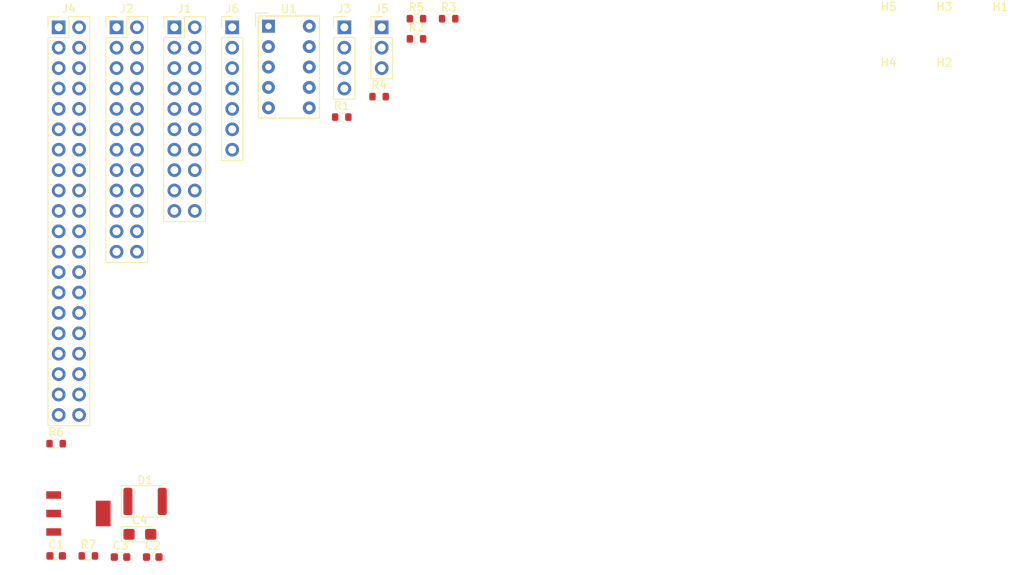
<source format=kicad_pcb>
(kicad_pcb (version 20171130) (host pcbnew "(5.1.9)-1")

  (general
    (thickness 1.6)
    (drawings 0)
    (tracks 0)
    (zones 0)
    (modules 25)
    (nets 36)
  )

  (page A4)
  (layers
    (0 F.Cu signal)
    (31 B.Cu signal)
    (32 B.Adhes user)
    (33 F.Adhes user)
    (34 B.Paste user)
    (35 F.Paste user)
    (36 B.SilkS user)
    (37 F.SilkS user)
    (38 B.Mask user)
    (39 F.Mask user)
    (40 Dwgs.User user)
    (41 Cmts.User user)
    (42 Eco1.User user)
    (43 Eco2.User user)
    (44 Edge.Cuts user)
    (45 Margin user)
    (46 B.CrtYd user)
    (47 F.CrtYd user)
    (48 B.Fab user)
    (49 F.Fab user)
  )

  (setup
    (last_trace_width 0.25)
    (trace_clearance 0.2)
    (zone_clearance 0.508)
    (zone_45_only no)
    (trace_min 0.2)
    (via_size 0.8)
    (via_drill 0.4)
    (via_min_size 0.4)
    (via_min_drill 0.3)
    (uvia_size 0.3)
    (uvia_drill 0.1)
    (uvias_allowed no)
    (uvia_min_size 0.2)
    (uvia_min_drill 0.1)
    (edge_width 0.05)
    (segment_width 0.2)
    (pcb_text_width 0.3)
    (pcb_text_size 1.5 1.5)
    (mod_edge_width 0.12)
    (mod_text_size 1 1)
    (mod_text_width 0.15)
    (pad_size 1.524 1.524)
    (pad_drill 0.762)
    (pad_to_mask_clearance 0)
    (aux_axis_origin 0 0)
    (visible_elements FFFFF77F)
    (pcbplotparams
      (layerselection 0x010fc_ffffffff)
      (usegerberextensions false)
      (usegerberattributes true)
      (usegerberadvancedattributes true)
      (creategerberjobfile true)
      (excludeedgelayer true)
      (linewidth 0.100000)
      (plotframeref false)
      (viasonmask false)
      (mode 1)
      (useauxorigin false)
      (hpglpennumber 1)
      (hpglpenspeed 20)
      (hpglpendiameter 15.000000)
      (psnegative false)
      (psa4output false)
      (plotreference true)
      (plotvalue true)
      (plotinvisibletext false)
      (padsonsilk false)
      (subtractmaskfromsilk false)
      (outputformat 1)
      (mirror false)
      (drillshape 1)
      (scaleselection 1)
      (outputdirectory ""))
  )

  (net 0 "")
  (net 1 /vcc)
  (net 2 /gnd)
  (net 3 /5v)
  (net 4 "Net-(D1-Pad2)")
  (net 5 /3v3)
  (net 6 /sda2)
  (net 7 /scl2)
  (net 8 /gpio1)
  (net 9 /uart_tx)
  (net 10 /uart_rx)
  (net 11 /spi2_ce1)
  (net 12 /spi2_ce0)
  (net 13 /gpio11)
  (net 14 /gpio6)
  (net 15 /gpio7)
  (net 16 /gpio8)
  (net 17 /mosi)
  (net 18 /miso)
  (net 19 /gpio9)
  (net 20 /sclk)
  (net 21 /spi_ce0)
  (net 22 /spi_ce1)
  (net 23 /sda)
  (net 24 /scl)
  (net 25 /analog_in)
  (net 26 /dig_in)
  (net 27 /gpio4)
  (net 28 /gpio5)
  (net 29 /miso2_pwm)
  (net 30 /reset)
  (net 31 /gpio10)
  (net 32 /miso2)
  (net 33 /sclk2)
  (net 34 "Net-(J2-Pad21)")
  (net 35 /brakes)

  (net_class Default "This is the default net class."
    (clearance 0.2)
    (trace_width 0.25)
    (via_dia 0.8)
    (via_drill 0.4)
    (uvia_dia 0.3)
    (uvia_drill 0.1)
    (add_net /3v3)
    (add_net /5v)
    (add_net /analog_in)
    (add_net /brakes)
    (add_net /dig_in)
    (add_net /gnd)
    (add_net /gpio1)
    (add_net /gpio10)
    (add_net /gpio11)
    (add_net /gpio4)
    (add_net /gpio5)
    (add_net /gpio6)
    (add_net /gpio7)
    (add_net /gpio8)
    (add_net /gpio9)
    (add_net /miso)
    (add_net /miso2)
    (add_net /miso2_pwm)
    (add_net /mosi)
    (add_net /reset)
    (add_net /scl)
    (add_net /scl2)
    (add_net /sclk)
    (add_net /sclk2)
    (add_net /sda)
    (add_net /sda2)
    (add_net /spi2_ce0)
    (add_net /spi2_ce1)
    (add_net /spi_ce0)
    (add_net /spi_ce1)
    (add_net /uart_rx)
    (add_net /uart_tx)
    (add_net /vcc)
    (add_net "Net-(D1-Pad2)")
    (add_net "Net-(J2-Pad21)")
  )

  (module Capacitor_SMD:C_0603_1608Metric (layer F.Cu) (tedit 5F68FEEE) (tstamp 61600529)
    (at 22.215001 91.475001)
    (descr "Capacitor SMD 0603 (1608 Metric), square (rectangular) end terminal, IPC_7351 nominal, (Body size source: IPC-SM-782 page 76, https://www.pcb-3d.com/wordpress/wp-content/uploads/ipc-sm-782a_amendment_1_and_2.pdf), generated with kicad-footprint-generator")
    (tags capacitor)
    (path /6164E083/61655F33)
    (attr smd)
    (fp_text reference C1 (at 0 -1.43) (layer F.SilkS)
      (effects (font (size 1 1) (thickness 0.15)))
    )
    (fp_text value 0.1uF (at 0 1.43) (layer F.Fab)
      (effects (font (size 1 1) (thickness 0.15)))
    )
    (fp_line (start 1.48 0.73) (end -1.48 0.73) (layer F.CrtYd) (width 0.05))
    (fp_line (start 1.48 -0.73) (end 1.48 0.73) (layer F.CrtYd) (width 0.05))
    (fp_line (start -1.48 -0.73) (end 1.48 -0.73) (layer F.CrtYd) (width 0.05))
    (fp_line (start -1.48 0.73) (end -1.48 -0.73) (layer F.CrtYd) (width 0.05))
    (fp_line (start -0.14058 0.51) (end 0.14058 0.51) (layer F.SilkS) (width 0.12))
    (fp_line (start -0.14058 -0.51) (end 0.14058 -0.51) (layer F.SilkS) (width 0.12))
    (fp_line (start 0.8 0.4) (end -0.8 0.4) (layer F.Fab) (width 0.1))
    (fp_line (start 0.8 -0.4) (end 0.8 0.4) (layer F.Fab) (width 0.1))
    (fp_line (start -0.8 -0.4) (end 0.8 -0.4) (layer F.Fab) (width 0.1))
    (fp_line (start -0.8 0.4) (end -0.8 -0.4) (layer F.Fab) (width 0.1))
    (fp_text user %R (at 0 0) (layer F.Fab)
      (effects (font (size 0.4 0.4) (thickness 0.06)))
    )
    (pad 1 smd roundrect (at -0.775 0) (size 0.9 0.95) (layers F.Cu F.Paste F.Mask) (roundrect_rratio 0.25)
      (net 1 /vcc))
    (pad 2 smd roundrect (at 0.775 0) (size 0.9 0.95) (layers F.Cu F.Paste F.Mask) (roundrect_rratio 0.25)
      (net 2 /gnd))
    (model ${KISYS3DMOD}/Capacitor_SMD.3dshapes/C_0603_1608Metric.wrl
      (at (xyz 0 0 0))
      (scale (xyz 1 1 1))
      (rotate (xyz 0 0 0))
    )
  )

  (module Capacitor_SMD:C_0603_1608Metric (layer F.Cu) (tedit 5F68FEEE) (tstamp 6160053A)
    (at 34.245001 91.615001)
    (descr "Capacitor SMD 0603 (1608 Metric), square (rectangular) end terminal, IPC_7351 nominal, (Body size source: IPC-SM-782 page 76, https://www.pcb-3d.com/wordpress/wp-content/uploads/ipc-sm-782a_amendment_1_and_2.pdf), generated with kicad-footprint-generator")
    (tags capacitor)
    (path /6164E083/61656877)
    (attr smd)
    (fp_text reference C2 (at 0 -1.43) (layer F.SilkS)
      (effects (font (size 1 1) (thickness 0.15)))
    )
    (fp_text value 1uF (at 0 1.43) (layer F.Fab)
      (effects (font (size 1 1) (thickness 0.15)))
    )
    (fp_text user %R (at 0 0) (layer F.Fab)
      (effects (font (size 0.4 0.4) (thickness 0.06)))
    )
    (fp_line (start -0.8 0.4) (end -0.8 -0.4) (layer F.Fab) (width 0.1))
    (fp_line (start -0.8 -0.4) (end 0.8 -0.4) (layer F.Fab) (width 0.1))
    (fp_line (start 0.8 -0.4) (end 0.8 0.4) (layer F.Fab) (width 0.1))
    (fp_line (start 0.8 0.4) (end -0.8 0.4) (layer F.Fab) (width 0.1))
    (fp_line (start -0.14058 -0.51) (end 0.14058 -0.51) (layer F.SilkS) (width 0.12))
    (fp_line (start -0.14058 0.51) (end 0.14058 0.51) (layer F.SilkS) (width 0.12))
    (fp_line (start -1.48 0.73) (end -1.48 -0.73) (layer F.CrtYd) (width 0.05))
    (fp_line (start -1.48 -0.73) (end 1.48 -0.73) (layer F.CrtYd) (width 0.05))
    (fp_line (start 1.48 -0.73) (end 1.48 0.73) (layer F.CrtYd) (width 0.05))
    (fp_line (start 1.48 0.73) (end -1.48 0.73) (layer F.CrtYd) (width 0.05))
    (pad 2 smd roundrect (at 0.775 0) (size 0.9 0.95) (layers F.Cu F.Paste F.Mask) (roundrect_rratio 0.25)
      (net 2 /gnd))
    (pad 1 smd roundrect (at -0.775 0) (size 0.9 0.95) (layers F.Cu F.Paste F.Mask) (roundrect_rratio 0.25)
      (net 3 /5v))
    (model ${KISYS3DMOD}/Capacitor_SMD.3dshapes/C_0603_1608Metric.wrl
      (at (xyz 0 0 0))
      (scale (xyz 1 1 1))
      (rotate (xyz 0 0 0))
    )
  )

  (module Capacitor_SMD:C_0603_1608Metric (layer F.Cu) (tedit 5F68FEEE) (tstamp 6160054B)
    (at 30.235001 91.615001)
    (descr "Capacitor SMD 0603 (1608 Metric), square (rectangular) end terminal, IPC_7351 nominal, (Body size source: IPC-SM-782 page 76, https://www.pcb-3d.com/wordpress/wp-content/uploads/ipc-sm-782a_amendment_1_and_2.pdf), generated with kicad-footprint-generator")
    (tags capacitor)
    (path /6164E083/6165740F)
    (attr smd)
    (fp_text reference C3 (at 0 -1.43) (layer F.SilkS)
      (effects (font (size 1 1) (thickness 0.15)))
    )
    (fp_text value 1uF_cpu (at 0 1.43) (layer F.Fab)
      (effects (font (size 1 1) (thickness 0.15)))
    )
    (fp_line (start 1.48 0.73) (end -1.48 0.73) (layer F.CrtYd) (width 0.05))
    (fp_line (start 1.48 -0.73) (end 1.48 0.73) (layer F.CrtYd) (width 0.05))
    (fp_line (start -1.48 -0.73) (end 1.48 -0.73) (layer F.CrtYd) (width 0.05))
    (fp_line (start -1.48 0.73) (end -1.48 -0.73) (layer F.CrtYd) (width 0.05))
    (fp_line (start -0.14058 0.51) (end 0.14058 0.51) (layer F.SilkS) (width 0.12))
    (fp_line (start -0.14058 -0.51) (end 0.14058 -0.51) (layer F.SilkS) (width 0.12))
    (fp_line (start 0.8 0.4) (end -0.8 0.4) (layer F.Fab) (width 0.1))
    (fp_line (start 0.8 -0.4) (end 0.8 0.4) (layer F.Fab) (width 0.1))
    (fp_line (start -0.8 -0.4) (end 0.8 -0.4) (layer F.Fab) (width 0.1))
    (fp_line (start -0.8 0.4) (end -0.8 -0.4) (layer F.Fab) (width 0.1))
    (fp_text user %R (at 0 0) (layer F.Fab)
      (effects (font (size 0.4 0.4) (thickness 0.06)))
    )
    (pad 1 smd roundrect (at -0.775 0) (size 0.9 0.95) (layers F.Cu F.Paste F.Mask) (roundrect_rratio 0.25)
      (net 3 /5v))
    (pad 2 smd roundrect (at 0.775 0) (size 0.9 0.95) (layers F.Cu F.Paste F.Mask) (roundrect_rratio 0.25)
      (net 2 /gnd))
    (model ${KISYS3DMOD}/Capacitor_SMD.3dshapes/C_0603_1608Metric.wrl
      (at (xyz 0 0 0))
      (scale (xyz 1 1 1))
      (rotate (xyz 0 0 0))
    )
  )

  (module Capacitor_Tantalum_SMD:CP_EIA-3216-18_Kemet-A (layer F.Cu) (tedit 5EBA9318) (tstamp 6160055E)
    (at 32.640001 88.785001)
    (descr "Tantalum Capacitor SMD Kemet-A (3216-18 Metric), IPC_7351 nominal, (Body size from: http://www.kemet.com/Lists/ProductCatalog/Attachments/253/KEM_TC101_STD.pdf), generated with kicad-footprint-generator")
    (tags "capacitor tantalum")
    (path /6164E083/6165888C)
    (attr smd)
    (fp_text reference C4 (at 0 -1.75) (layer F.SilkS)
      (effects (font (size 1 1) (thickness 0.15)))
    )
    (fp_text value 4.7uF_16V_cpu (at 0 1.75) (layer F.Fab)
      (effects (font (size 1 1) (thickness 0.15)))
    )
    (fp_line (start 2.3 1.05) (end -2.3 1.05) (layer F.CrtYd) (width 0.05))
    (fp_line (start 2.3 -1.05) (end 2.3 1.05) (layer F.CrtYd) (width 0.05))
    (fp_line (start -2.3 -1.05) (end 2.3 -1.05) (layer F.CrtYd) (width 0.05))
    (fp_line (start -2.3 1.05) (end -2.3 -1.05) (layer F.CrtYd) (width 0.05))
    (fp_line (start -2.31 0.935) (end 1.6 0.935) (layer F.SilkS) (width 0.12))
    (fp_line (start -2.31 -0.935) (end -2.31 0.935) (layer F.SilkS) (width 0.12))
    (fp_line (start 1.6 -0.935) (end -2.31 -0.935) (layer F.SilkS) (width 0.12))
    (fp_line (start 1.6 0.8) (end 1.6 -0.8) (layer F.Fab) (width 0.1))
    (fp_line (start -1.6 0.8) (end 1.6 0.8) (layer F.Fab) (width 0.1))
    (fp_line (start -1.6 -0.4) (end -1.6 0.8) (layer F.Fab) (width 0.1))
    (fp_line (start -1.2 -0.8) (end -1.6 -0.4) (layer F.Fab) (width 0.1))
    (fp_line (start 1.6 -0.8) (end -1.2 -0.8) (layer F.Fab) (width 0.1))
    (fp_text user %R (at 0 0) (layer F.Fab)
      (effects (font (size 0.8 0.8) (thickness 0.12)))
    )
    (pad 1 smd roundrect (at -1.35 0) (size 1.4 1.35) (layers F.Cu F.Paste F.Mask) (roundrect_rratio 0.185185)
      (net 3 /5v))
    (pad 2 smd roundrect (at 1.35 0) (size 1.4 1.35) (layers F.Cu F.Paste F.Mask) (roundrect_rratio 0.185185)
      (net 2 /gnd))
    (model ${KISYS3DMOD}/Capacitor_Tantalum_SMD.3dshapes/CP_EIA-3216-18_Kemet-A.wrl
      (at (xyz 0 0 0))
      (scale (xyz 1 1 1))
      (rotate (xyz 0 0 0))
    )
  )

  (module LED_SMD:LED_1812_4532Metric (layer F.Cu) (tedit 5F68FEF1) (tstamp 61600571)
    (at 33.290001 84.690001)
    (descr "LED SMD 1812 (4532 Metric), square (rectangular) end terminal, IPC_7351 nominal, (Body size source: https://www.nikhef.nl/pub/departments/mt/projects/detectorR_D/dtddice/ERJ2G.pdf), generated with kicad-footprint-generator")
    (tags LED)
    (path /6164E083/6165327D)
    (attr smd)
    (fp_text reference D1 (at 0 -2.65) (layer F.SilkS)
      (effects (font (size 1 1) (thickness 0.15)))
    )
    (fp_text value LED (at 0 2.65) (layer F.Fab)
      (effects (font (size 1 1) (thickness 0.15)))
    )
    (fp_line (start 2.95 1.95) (end -2.95 1.95) (layer F.CrtYd) (width 0.05))
    (fp_line (start 2.95 -1.95) (end 2.95 1.95) (layer F.CrtYd) (width 0.05))
    (fp_line (start -2.95 -1.95) (end 2.95 -1.95) (layer F.CrtYd) (width 0.05))
    (fp_line (start -2.95 1.95) (end -2.95 -1.95) (layer F.CrtYd) (width 0.05))
    (fp_line (start -2.96 1.96) (end 2.25 1.96) (layer F.SilkS) (width 0.12))
    (fp_line (start -2.96 -1.96) (end -2.96 1.96) (layer F.SilkS) (width 0.12))
    (fp_line (start 2.25 -1.96) (end -2.96 -1.96) (layer F.SilkS) (width 0.12))
    (fp_line (start 2.25 1.6) (end 2.25 -1.6) (layer F.Fab) (width 0.1))
    (fp_line (start -2.25 1.6) (end 2.25 1.6) (layer F.Fab) (width 0.1))
    (fp_line (start -2.25 -0.8) (end -2.25 1.6) (layer F.Fab) (width 0.1))
    (fp_line (start -1.45 -1.6) (end -2.25 -0.8) (layer F.Fab) (width 0.1))
    (fp_line (start 2.25 -1.6) (end -1.45 -1.6) (layer F.Fab) (width 0.1))
    (fp_text user %R (at 0 0) (layer F.Fab)
      (effects (font (size 1 1) (thickness 0.15)))
    )
    (pad 1 smd roundrect (at -2.1375 0) (size 1.125 3.4) (layers F.Cu F.Paste F.Mask) (roundrect_rratio 0.222222)
      (net 2 /gnd))
    (pad 2 smd roundrect (at 2.1375 0) (size 1.125 3.4) (layers F.Cu F.Paste F.Mask) (roundrect_rratio 0.222222)
      (net 4 "Net-(D1-Pad2)"))
    (model ${KISYS3DMOD}/LED_SMD.3dshapes/LED_1812_4532Metric.wrl
      (at (xyz 0 0 0))
      (scale (xyz 1 1 1))
      (rotate (xyz 0 0 0))
    )
  )

  (module MountingHole:MountingHole_2.7mm_M2.5 (layer F.Cu) (tedit 56D1B4CB) (tstamp 61600579)
    (at 139.755001 26.815001)
    (descr "Mounting Hole 2.7mm, no annular, M2.5")
    (tags "mounting hole 2.7mm no annular m2.5")
    (path /61664AB6/616656F1)
    (attr virtual)
    (fp_text reference H1 (at 0 -3.7) (layer F.SilkS)
      (effects (font (size 1 1) (thickness 0.15)))
    )
    (fp_text value MH1 (at 0 3.7) (layer F.Fab)
      (effects (font (size 1 1) (thickness 0.15)))
    )
    (fp_circle (center 0 0) (end 2.95 0) (layer F.CrtYd) (width 0.05))
    (fp_circle (center 0 0) (end 2.7 0) (layer Cmts.User) (width 0.15))
    (fp_text user %R (at 0.3 0) (layer F.Fab)
      (effects (font (size 1 1) (thickness 0.15)))
    )
    (pad 1 np_thru_hole circle (at 0 0) (size 2.7 2.7) (drill 2.7) (layers *.Cu *.Mask))
  )

  (module MountingHole:MountingHole_2.7mm_M2.5 (layer F.Cu) (tedit 56D1B4CB) (tstamp 61600581)
    (at 132.805001 33.765001)
    (descr "Mounting Hole 2.7mm, no annular, M2.5")
    (tags "mounting hole 2.7mm no annular m2.5")
    (path /61664AB6/616656F7)
    (attr virtual)
    (fp_text reference H2 (at 0 -3.7) (layer F.SilkS)
      (effects (font (size 1 1) (thickness 0.15)))
    )
    (fp_text value MH2 (at 0 3.7) (layer F.Fab)
      (effects (font (size 1 1) (thickness 0.15)))
    )
    (fp_text user %R (at 0.3 0) (layer F.Fab)
      (effects (font (size 1 1) (thickness 0.15)))
    )
    (fp_circle (center 0 0) (end 2.7 0) (layer Cmts.User) (width 0.15))
    (fp_circle (center 0 0) (end 2.95 0) (layer F.CrtYd) (width 0.05))
    (pad 1 np_thru_hole circle (at 0 0) (size 2.7 2.7) (drill 2.7) (layers *.Cu *.Mask))
  )

  (module MountingHole:MountingHole_2.7mm_M2.5 (layer F.Cu) (tedit 56D1B4CB) (tstamp 61600589)
    (at 132.805001 26.815001)
    (descr "Mounting Hole 2.7mm, no annular, M2.5")
    (tags "mounting hole 2.7mm no annular m2.5")
    (path /61664AB6/616656FD)
    (attr virtual)
    (fp_text reference H3 (at 0 -3.7) (layer F.SilkS)
      (effects (font (size 1 1) (thickness 0.15)))
    )
    (fp_text value MH3 (at 0 3.7) (layer F.Fab)
      (effects (font (size 1 1) (thickness 0.15)))
    )
    (fp_circle (center 0 0) (end 2.95 0) (layer F.CrtYd) (width 0.05))
    (fp_circle (center 0 0) (end 2.7 0) (layer Cmts.User) (width 0.15))
    (fp_text user %R (at 0.3 0) (layer F.Fab)
      (effects (font (size 1 1) (thickness 0.15)))
    )
    (pad 1 np_thru_hole circle (at 0 0) (size 2.7 2.7) (drill 2.7) (layers *.Cu *.Mask))
  )

  (module MountingHole:MountingHole_2.7mm_M2.5 (layer F.Cu) (tedit 56D1B4CB) (tstamp 61600591)
    (at 125.855001 33.765001)
    (descr "Mounting Hole 2.7mm, no annular, M2.5")
    (tags "mounting hole 2.7mm no annular m2.5")
    (path /61664AB6/61665703)
    (attr virtual)
    (fp_text reference H4 (at 0 -3.7) (layer F.SilkS)
      (effects (font (size 1 1) (thickness 0.15)))
    )
    (fp_text value MH4 (at 0 3.7) (layer F.Fab)
      (effects (font (size 1 1) (thickness 0.15)))
    )
    (fp_text user %R (at 0.3 0) (layer F.Fab)
      (effects (font (size 1 1) (thickness 0.15)))
    )
    (fp_circle (center 0 0) (end 2.7 0) (layer Cmts.User) (width 0.15))
    (fp_circle (center 0 0) (end 2.95 0) (layer F.CrtYd) (width 0.05))
    (pad 1 np_thru_hole circle (at 0 0) (size 2.7 2.7) (drill 2.7) (layers *.Cu *.Mask))
  )

  (module MountingHole:MountingHole_2.7mm_M2.5 (layer F.Cu) (tedit 56D1B4CB) (tstamp 61600599)
    (at 125.855001 26.815001)
    (descr "Mounting Hole 2.7mm, no annular, M2.5")
    (tags "mounting hole 2.7mm no annular m2.5")
    (path /61664AB6/61665709)
    (attr virtual)
    (fp_text reference H5 (at 0 -3.7) (layer F.SilkS)
      (effects (font (size 1 1) (thickness 0.15)))
    )
    (fp_text value MH_c (at 0 3.7) (layer F.Fab)
      (effects (font (size 1 1) (thickness 0.15)))
    )
    (fp_circle (center 0 0) (end 2.95 0) (layer F.CrtYd) (width 0.05))
    (fp_circle (center 0 0) (end 2.7 0) (layer Cmts.User) (width 0.15))
    (fp_text user %R (at 0.3 0) (layer F.Fab)
      (effects (font (size 1 1) (thickness 0.15)))
    )
    (pad 1 np_thru_hole circle (at 0 0) (size 2.7 2.7) (drill 2.7) (layers *.Cu *.Mask))
  )

  (module Connector_PinHeader_2.54mm:PinHeader_2x10_P2.54mm_Vertical (layer F.Cu) (tedit 59FED5CC) (tstamp 616005C3)
    (at 36.935001 25.665001)
    (descr "Through hole straight pin header, 2x10, 2.54mm pitch, double rows")
    (tags "Through hole pin header THT 2x10 2.54mm double row")
    (path /6160E35B)
    (fp_text reference J1 (at 1.27 -2.33) (layer F.SilkS)
      (effects (font (size 1 1) (thickness 0.15)))
    )
    (fp_text value Conn_02x10_Counter_Clockwise (at 1.27 25.19) (layer F.Fab)
      (effects (font (size 1 1) (thickness 0.15)))
    )
    (fp_line (start 4.35 -1.8) (end -1.8 -1.8) (layer F.CrtYd) (width 0.05))
    (fp_line (start 4.35 24.65) (end 4.35 -1.8) (layer F.CrtYd) (width 0.05))
    (fp_line (start -1.8 24.65) (end 4.35 24.65) (layer F.CrtYd) (width 0.05))
    (fp_line (start -1.8 -1.8) (end -1.8 24.65) (layer F.CrtYd) (width 0.05))
    (fp_line (start -1.33 -1.33) (end 0 -1.33) (layer F.SilkS) (width 0.12))
    (fp_line (start -1.33 0) (end -1.33 -1.33) (layer F.SilkS) (width 0.12))
    (fp_line (start 1.27 -1.33) (end 3.87 -1.33) (layer F.SilkS) (width 0.12))
    (fp_line (start 1.27 1.27) (end 1.27 -1.33) (layer F.SilkS) (width 0.12))
    (fp_line (start -1.33 1.27) (end 1.27 1.27) (layer F.SilkS) (width 0.12))
    (fp_line (start 3.87 -1.33) (end 3.87 24.19) (layer F.SilkS) (width 0.12))
    (fp_line (start -1.33 1.27) (end -1.33 24.19) (layer F.SilkS) (width 0.12))
    (fp_line (start -1.33 24.19) (end 3.87 24.19) (layer F.SilkS) (width 0.12))
    (fp_line (start -1.27 0) (end 0 -1.27) (layer F.Fab) (width 0.1))
    (fp_line (start -1.27 24.13) (end -1.27 0) (layer F.Fab) (width 0.1))
    (fp_line (start 3.81 24.13) (end -1.27 24.13) (layer F.Fab) (width 0.1))
    (fp_line (start 3.81 -1.27) (end 3.81 24.13) (layer F.Fab) (width 0.1))
    (fp_line (start 0 -1.27) (end 3.81 -1.27) (layer F.Fab) (width 0.1))
    (fp_text user %R (at 1.27 11.43 90) (layer F.Fab)
      (effects (font (size 1 1) (thickness 0.15)))
    )
    (pad 1 thru_hole rect (at 0 0) (size 1.7 1.7) (drill 1) (layers *.Cu *.Mask)
      (net 5 /3v3))
    (pad 2 thru_hole oval (at 2.54 0) (size 1.7 1.7) (drill 1) (layers *.Cu *.Mask)
      (net 3 /5v))
    (pad 3 thru_hole oval (at 0 2.54) (size 1.7 1.7) (drill 1) (layers *.Cu *.Mask)
      (net 6 /sda2))
    (pad 4 thru_hole oval (at 2.54 2.54) (size 1.7 1.7) (drill 1) (layers *.Cu *.Mask)
      (net 3 /5v))
    (pad 5 thru_hole oval (at 0 5.08) (size 1.7 1.7) (drill 1) (layers *.Cu *.Mask)
      (net 7 /scl2))
    (pad 6 thru_hole oval (at 2.54 5.08) (size 1.7 1.7) (drill 1) (layers *.Cu *.Mask)
      (net 2 /gnd))
    (pad 7 thru_hole oval (at 0 7.62) (size 1.7 1.7) (drill 1) (layers *.Cu *.Mask)
      (net 8 /gpio1))
    (pad 8 thru_hole oval (at 2.54 7.62) (size 1.7 1.7) (drill 1) (layers *.Cu *.Mask)
      (net 9 /uart_tx))
    (pad 9 thru_hole oval (at 0 10.16) (size 1.7 1.7) (drill 1) (layers *.Cu *.Mask)
      (net 2 /gnd))
    (pad 10 thru_hole oval (at 2.54 10.16) (size 1.7 1.7) (drill 1) (layers *.Cu *.Mask)
      (net 10 /uart_rx))
    (pad 11 thru_hole oval (at 0 12.7) (size 1.7 1.7) (drill 1) (layers *.Cu *.Mask)
      (net 11 /spi2_ce1))
    (pad 12 thru_hole oval (at 2.54 12.7) (size 1.7 1.7) (drill 1) (layers *.Cu *.Mask)
      (net 12 /spi2_ce0))
    (pad 13 thru_hole oval (at 0 15.24) (size 1.7 1.7) (drill 1) (layers *.Cu *.Mask)
      (net 13 /gpio11))
    (pad 14 thru_hole oval (at 2.54 15.24) (size 1.7 1.7) (drill 1) (layers *.Cu *.Mask)
      (net 2 /gnd))
    (pad 15 thru_hole oval (at 0 17.78) (size 1.7 1.7) (drill 1) (layers *.Cu *.Mask)
      (net 14 /gpio6))
    (pad 16 thru_hole oval (at 2.54 17.78) (size 1.7 1.7) (drill 1) (layers *.Cu *.Mask)
      (net 15 /gpio7))
    (pad 17 thru_hole oval (at 0 20.32) (size 1.7 1.7) (drill 1) (layers *.Cu *.Mask)
      (net 5 /3v3))
    (pad 18 thru_hole oval (at 2.54 20.32) (size 1.7 1.7) (drill 1) (layers *.Cu *.Mask)
      (net 16 /gpio8))
    (pad 19 thru_hole oval (at 0 22.86) (size 1.7 1.7) (drill 1) (layers *.Cu *.Mask)
      (net 17 /mosi))
    (pad 20 thru_hole oval (at 2.54 22.86) (size 1.7 1.7) (drill 1) (layers *.Cu *.Mask)
      (net 2 /gnd))
    (model ${KISYS3DMOD}/Connector_PinHeader_2.54mm.3dshapes/PinHeader_2x10_P2.54mm_Vertical.wrl
      (at (xyz 0 0 0))
      (scale (xyz 1 1 1))
      (rotate (xyz 0 0 0))
    )
  )

  (module Connector_PinHeader_2.54mm:PinHeader_2x12_P2.54mm_Vertical (layer F.Cu) (tedit 59FED5CC) (tstamp 616005F1)
    (at 29.735001 25.665001)
    (descr "Through hole straight pin header, 2x12, 2.54mm pitch, double rows")
    (tags "Through hole pin header THT 2x12 2.54mm double row")
    (path /6160FED6)
    (fp_text reference J2 (at 1.27 -2.33) (layer F.SilkS)
      (effects (font (size 1 1) (thickness 0.15)))
    )
    (fp_text value Conn_02x12_Counter_Clockwise (at 1.27 30.27) (layer F.Fab)
      (effects (font (size 1 1) (thickness 0.15)))
    )
    (fp_line (start 4.35 -1.8) (end -1.8 -1.8) (layer F.CrtYd) (width 0.05))
    (fp_line (start 4.35 29.75) (end 4.35 -1.8) (layer F.CrtYd) (width 0.05))
    (fp_line (start -1.8 29.75) (end 4.35 29.75) (layer F.CrtYd) (width 0.05))
    (fp_line (start -1.8 -1.8) (end -1.8 29.75) (layer F.CrtYd) (width 0.05))
    (fp_line (start -1.33 -1.33) (end 0 -1.33) (layer F.SilkS) (width 0.12))
    (fp_line (start -1.33 0) (end -1.33 -1.33) (layer F.SilkS) (width 0.12))
    (fp_line (start 1.27 -1.33) (end 3.87 -1.33) (layer F.SilkS) (width 0.12))
    (fp_line (start 1.27 1.27) (end 1.27 -1.33) (layer F.SilkS) (width 0.12))
    (fp_line (start -1.33 1.27) (end 1.27 1.27) (layer F.SilkS) (width 0.12))
    (fp_line (start 3.87 -1.33) (end 3.87 29.27) (layer F.SilkS) (width 0.12))
    (fp_line (start -1.33 1.27) (end -1.33 29.27) (layer F.SilkS) (width 0.12))
    (fp_line (start -1.33 29.27) (end 3.87 29.27) (layer F.SilkS) (width 0.12))
    (fp_line (start -1.27 0) (end 0 -1.27) (layer F.Fab) (width 0.1))
    (fp_line (start -1.27 29.21) (end -1.27 0) (layer F.Fab) (width 0.1))
    (fp_line (start 3.81 29.21) (end -1.27 29.21) (layer F.Fab) (width 0.1))
    (fp_line (start 3.81 -1.27) (end 3.81 29.21) (layer F.Fab) (width 0.1))
    (fp_line (start 0 -1.27) (end 3.81 -1.27) (layer F.Fab) (width 0.1))
    (fp_text user %R (at 1.27 13.97 90) (layer F.Fab)
      (effects (font (size 1 1) (thickness 0.15)))
    )
    (pad 1 thru_hole rect (at 0 0) (size 1.7 1.7) (drill 1) (layers *.Cu *.Mask)
      (net 18 /miso))
    (pad 2 thru_hole oval (at 2.54 0) (size 1.7 1.7) (drill 1) (layers *.Cu *.Mask)
      (net 19 /gpio9))
    (pad 3 thru_hole oval (at 0 2.54) (size 1.7 1.7) (drill 1) (layers *.Cu *.Mask)
      (net 20 /sclk))
    (pad 4 thru_hole oval (at 2.54 2.54) (size 1.7 1.7) (drill 1) (layers *.Cu *.Mask)
      (net 21 /spi_ce0))
    (pad 5 thru_hole oval (at 0 5.08) (size 1.7 1.7) (drill 1) (layers *.Cu *.Mask)
      (net 2 /gnd))
    (pad 6 thru_hole oval (at 2.54 5.08) (size 1.7 1.7) (drill 1) (layers *.Cu *.Mask)
      (net 22 /spi_ce1))
    (pad 7 thru_hole oval (at 0 7.62) (size 1.7 1.7) (drill 1) (layers *.Cu *.Mask)
      (net 23 /sda))
    (pad 8 thru_hole oval (at 2.54 7.62) (size 1.7 1.7) (drill 1) (layers *.Cu *.Mask)
      (net 24 /scl))
    (pad 9 thru_hole oval (at 0 10.16) (size 1.7 1.7) (drill 1) (layers *.Cu *.Mask)
      (net 25 /analog_in))
    (pad 10 thru_hole oval (at 2.54 10.16) (size 1.7 1.7) (drill 1) (layers *.Cu *.Mask)
      (net 2 /gnd))
    (pad 11 thru_hole oval (at 0 12.7) (size 1.7 1.7) (drill 1) (layers *.Cu *.Mask)
      (net 26 /dig_in))
    (pad 12 thru_hole oval (at 2.54 12.7) (size 1.7 1.7) (drill 1) (layers *.Cu *.Mask)
      (net 27 /gpio4))
    (pad 13 thru_hole oval (at 0 15.24) (size 1.7 1.7) (drill 1) (layers *.Cu *.Mask)
      (net 28 /gpio5))
    (pad 14 thru_hole oval (at 2.54 15.24) (size 1.7 1.7) (drill 1) (layers *.Cu *.Mask)
      (net 2 /gnd))
    (pad 15 thru_hole oval (at 0 17.78) (size 1.7 1.7) (drill 1) (layers *.Cu *.Mask)
      (net 29 /miso2_pwm))
    (pad 16 thru_hole oval (at 2.54 17.78) (size 1.7 1.7) (drill 1) (layers *.Cu *.Mask)
      (net 30 /reset))
    (pad 17 thru_hole oval (at 0 20.32) (size 1.7 1.7) (drill 1) (layers *.Cu *.Mask)
      (net 31 /gpio10))
    (pad 18 thru_hole oval (at 2.54 20.32) (size 1.7 1.7) (drill 1) (layers *.Cu *.Mask)
      (net 32 /miso2))
    (pad 19 thru_hole oval (at 0 22.86) (size 1.7 1.7) (drill 1) (layers *.Cu *.Mask)
      (net 2 /gnd))
    (pad 20 thru_hole oval (at 2.54 22.86) (size 1.7 1.7) (drill 1) (layers *.Cu *.Mask)
      (net 33 /sclk2))
    (pad 21 thru_hole oval (at 0 25.4) (size 1.7 1.7) (drill 1) (layers *.Cu *.Mask)
      (net 34 "Net-(J2-Pad21)"))
    (pad 22 thru_hole oval (at 2.54 25.4) (size 1.7 1.7) (drill 1) (layers *.Cu *.Mask)
      (net 30 /reset))
    (pad 23 thru_hole oval (at 0 27.94) (size 1.7 1.7) (drill 1) (layers *.Cu *.Mask)
      (net 1 /vcc))
    (pad 24 thru_hole oval (at 2.54 27.94) (size 1.7 1.7) (drill 1) (layers *.Cu *.Mask)
      (net 1 /vcc))
    (model ${KISYS3DMOD}/Connector_PinHeader_2.54mm.3dshapes/PinHeader_2x12_P2.54mm_Vertical.wrl
      (at (xyz 0 0 0))
      (scale (xyz 1 1 1))
      (rotate (xyz 0 0 0))
    )
  )

  (module Connector_PinHeader_2.54mm:PinHeader_1x04_P2.54mm_Vertical (layer F.Cu) (tedit 59FED5CC) (tstamp 61600609)
    (at 58.095001 25.665001)
    (descr "Through hole straight pin header, 1x04, 2.54mm pitch, single row")
    (tags "Through hole pin header THT 1x04 2.54mm single row")
    (path /61635B3A)
    (fp_text reference J3 (at 0 -2.33) (layer F.SilkS)
      (effects (font (size 1 1) (thickness 0.15)))
    )
    (fp_text value Screw_Terminal_01x04 (at 0 9.95) (layer F.Fab)
      (effects (font (size 1 1) (thickness 0.15)))
    )
    (fp_line (start 1.8 -1.8) (end -1.8 -1.8) (layer F.CrtYd) (width 0.05))
    (fp_line (start 1.8 9.4) (end 1.8 -1.8) (layer F.CrtYd) (width 0.05))
    (fp_line (start -1.8 9.4) (end 1.8 9.4) (layer F.CrtYd) (width 0.05))
    (fp_line (start -1.8 -1.8) (end -1.8 9.4) (layer F.CrtYd) (width 0.05))
    (fp_line (start -1.33 -1.33) (end 0 -1.33) (layer F.SilkS) (width 0.12))
    (fp_line (start -1.33 0) (end -1.33 -1.33) (layer F.SilkS) (width 0.12))
    (fp_line (start -1.33 1.27) (end 1.33 1.27) (layer F.SilkS) (width 0.12))
    (fp_line (start 1.33 1.27) (end 1.33 8.95) (layer F.SilkS) (width 0.12))
    (fp_line (start -1.33 1.27) (end -1.33 8.95) (layer F.SilkS) (width 0.12))
    (fp_line (start -1.33 8.95) (end 1.33 8.95) (layer F.SilkS) (width 0.12))
    (fp_line (start -1.27 -0.635) (end -0.635 -1.27) (layer F.Fab) (width 0.1))
    (fp_line (start -1.27 8.89) (end -1.27 -0.635) (layer F.Fab) (width 0.1))
    (fp_line (start 1.27 8.89) (end -1.27 8.89) (layer F.Fab) (width 0.1))
    (fp_line (start 1.27 -1.27) (end 1.27 8.89) (layer F.Fab) (width 0.1))
    (fp_line (start -0.635 -1.27) (end 1.27 -1.27) (layer F.Fab) (width 0.1))
    (fp_text user %R (at 0 3.81 90) (layer F.Fab)
      (effects (font (size 1 1) (thickness 0.15)))
    )
    (pad 1 thru_hole rect (at 0 0) (size 1.7 1.7) (drill 1) (layers *.Cu *.Mask)
      (net 1 /vcc))
    (pad 2 thru_hole oval (at 0 2.54) (size 1.7 1.7) (drill 1) (layers *.Cu *.Mask)
      (net 2 /gnd))
    (pad 3 thru_hole oval (at 0 5.08) (size 1.7 1.7) (drill 1) (layers *.Cu *.Mask)
      (net 1 /vcc))
    (pad 4 thru_hole oval (at 0 7.62) (size 1.7 1.7) (drill 1) (layers *.Cu *.Mask)
      (net 2 /gnd))
    (model ${KISYS3DMOD}/Connector_PinHeader_2.54mm.3dshapes/PinHeader_1x04_P2.54mm_Vertical.wrl
      (at (xyz 0 0 0))
      (scale (xyz 1 1 1))
      (rotate (xyz 0 0 0))
    )
  )

  (module Connector_PinHeader_2.54mm:PinHeader_2x20_P2.54mm_Vertical (layer F.Cu) (tedit 59FED5CC) (tstamp 61600647)
    (at 22.535001 25.665001)
    (descr "Through hole straight pin header, 2x20, 2.54mm pitch, double rows")
    (tags "Through hole pin header THT 2x20 2.54mm double row")
    (path /615F9685)
    (fp_text reference J4 (at 1.27 -2.33) (layer F.SilkS)
      (effects (font (size 1 1) (thickness 0.15)))
    )
    (fp_text value Conn_02x20_Odd_Even (at 1.27 50.59) (layer F.Fab)
      (effects (font (size 1 1) (thickness 0.15)))
    )
    (fp_line (start 4.35 -1.8) (end -1.8 -1.8) (layer F.CrtYd) (width 0.05))
    (fp_line (start 4.35 50.05) (end 4.35 -1.8) (layer F.CrtYd) (width 0.05))
    (fp_line (start -1.8 50.05) (end 4.35 50.05) (layer F.CrtYd) (width 0.05))
    (fp_line (start -1.8 -1.8) (end -1.8 50.05) (layer F.CrtYd) (width 0.05))
    (fp_line (start -1.33 -1.33) (end 0 -1.33) (layer F.SilkS) (width 0.12))
    (fp_line (start -1.33 0) (end -1.33 -1.33) (layer F.SilkS) (width 0.12))
    (fp_line (start 1.27 -1.33) (end 3.87 -1.33) (layer F.SilkS) (width 0.12))
    (fp_line (start 1.27 1.27) (end 1.27 -1.33) (layer F.SilkS) (width 0.12))
    (fp_line (start -1.33 1.27) (end 1.27 1.27) (layer F.SilkS) (width 0.12))
    (fp_line (start 3.87 -1.33) (end 3.87 49.59) (layer F.SilkS) (width 0.12))
    (fp_line (start -1.33 1.27) (end -1.33 49.59) (layer F.SilkS) (width 0.12))
    (fp_line (start -1.33 49.59) (end 3.87 49.59) (layer F.SilkS) (width 0.12))
    (fp_line (start -1.27 0) (end 0 -1.27) (layer F.Fab) (width 0.1))
    (fp_line (start -1.27 49.53) (end -1.27 0) (layer F.Fab) (width 0.1))
    (fp_line (start 3.81 49.53) (end -1.27 49.53) (layer F.Fab) (width 0.1))
    (fp_line (start 3.81 -1.27) (end 3.81 49.53) (layer F.Fab) (width 0.1))
    (fp_line (start 0 -1.27) (end 3.81 -1.27) (layer F.Fab) (width 0.1))
    (fp_text user %R (at 1.27 24.13 90) (layer F.Fab)
      (effects (font (size 1 1) (thickness 0.15)))
    )
    (pad 1 thru_hole rect (at 0 0) (size 1.7 1.7) (drill 1) (layers *.Cu *.Mask)
      (net 5 /3v3))
    (pad 2 thru_hole oval (at 2.54 0) (size 1.7 1.7) (drill 1) (layers *.Cu *.Mask)
      (net 3 /5v))
    (pad 3 thru_hole oval (at 0 2.54) (size 1.7 1.7) (drill 1) (layers *.Cu *.Mask)
      (net 6 /sda2))
    (pad 4 thru_hole oval (at 2.54 2.54) (size 1.7 1.7) (drill 1) (layers *.Cu *.Mask)
      (net 3 /5v))
    (pad 5 thru_hole oval (at 0 5.08) (size 1.7 1.7) (drill 1) (layers *.Cu *.Mask)
      (net 7 /scl2))
    (pad 6 thru_hole oval (at 2.54 5.08) (size 1.7 1.7) (drill 1) (layers *.Cu *.Mask)
      (net 2 /gnd))
    (pad 7 thru_hole oval (at 0 7.62) (size 1.7 1.7) (drill 1) (layers *.Cu *.Mask)
      (net 8 /gpio1))
    (pad 8 thru_hole oval (at 2.54 7.62) (size 1.7 1.7) (drill 1) (layers *.Cu *.Mask)
      (net 9 /uart_tx))
    (pad 9 thru_hole oval (at 0 10.16) (size 1.7 1.7) (drill 1) (layers *.Cu *.Mask)
      (net 2 /gnd))
    (pad 10 thru_hole oval (at 2.54 10.16) (size 1.7 1.7) (drill 1) (layers *.Cu *.Mask)
      (net 10 /uart_rx))
    (pad 11 thru_hole oval (at 0 12.7) (size 1.7 1.7) (drill 1) (layers *.Cu *.Mask)
      (net 11 /spi2_ce1))
    (pad 12 thru_hole oval (at 2.54 12.7) (size 1.7 1.7) (drill 1) (layers *.Cu *.Mask)
      (net 12 /spi2_ce0))
    (pad 13 thru_hole oval (at 0 15.24) (size 1.7 1.7) (drill 1) (layers *.Cu *.Mask)
      (net 13 /gpio11))
    (pad 14 thru_hole oval (at 2.54 15.24) (size 1.7 1.7) (drill 1) (layers *.Cu *.Mask)
      (net 2 /gnd))
    (pad 15 thru_hole oval (at 0 17.78) (size 1.7 1.7) (drill 1) (layers *.Cu *.Mask)
      (net 14 /gpio6))
    (pad 16 thru_hole oval (at 2.54 17.78) (size 1.7 1.7) (drill 1) (layers *.Cu *.Mask)
      (net 15 /gpio7))
    (pad 17 thru_hole oval (at 0 20.32) (size 1.7 1.7) (drill 1) (layers *.Cu *.Mask)
      (net 5 /3v3))
    (pad 18 thru_hole oval (at 2.54 20.32) (size 1.7 1.7) (drill 1) (layers *.Cu *.Mask)
      (net 16 /gpio8))
    (pad 19 thru_hole oval (at 0 22.86) (size 1.7 1.7) (drill 1) (layers *.Cu *.Mask)
      (net 17 /mosi))
    (pad 20 thru_hole oval (at 2.54 22.86) (size 1.7 1.7) (drill 1) (layers *.Cu *.Mask)
      (net 2 /gnd))
    (pad 21 thru_hole oval (at 0 25.4) (size 1.7 1.7) (drill 1) (layers *.Cu *.Mask)
      (net 18 /miso))
    (pad 22 thru_hole oval (at 2.54 25.4) (size 1.7 1.7) (drill 1) (layers *.Cu *.Mask)
      (net 19 /gpio9))
    (pad 23 thru_hole oval (at 0 27.94) (size 1.7 1.7) (drill 1) (layers *.Cu *.Mask)
      (net 20 /sclk))
    (pad 24 thru_hole oval (at 2.54 27.94) (size 1.7 1.7) (drill 1) (layers *.Cu *.Mask)
      (net 21 /spi_ce0))
    (pad 25 thru_hole oval (at 0 30.48) (size 1.7 1.7) (drill 1) (layers *.Cu *.Mask)
      (net 2 /gnd))
    (pad 26 thru_hole oval (at 2.54 30.48) (size 1.7 1.7) (drill 1) (layers *.Cu *.Mask)
      (net 22 /spi_ce1))
    (pad 27 thru_hole oval (at 0 33.02) (size 1.7 1.7) (drill 1) (layers *.Cu *.Mask)
      (net 23 /sda))
    (pad 28 thru_hole oval (at 2.54 33.02) (size 1.7 1.7) (drill 1) (layers *.Cu *.Mask)
      (net 24 /scl))
    (pad 29 thru_hole oval (at 0 35.56) (size 1.7 1.7) (drill 1) (layers *.Cu *.Mask)
      (net 25 /analog_in))
    (pad 30 thru_hole oval (at 2.54 35.56) (size 1.7 1.7) (drill 1) (layers *.Cu *.Mask)
      (net 2 /gnd))
    (pad 31 thru_hole oval (at 0 38.1) (size 1.7 1.7) (drill 1) (layers *.Cu *.Mask)
      (net 26 /dig_in))
    (pad 32 thru_hole oval (at 2.54 38.1) (size 1.7 1.7) (drill 1) (layers *.Cu *.Mask)
      (net 27 /gpio4))
    (pad 33 thru_hole oval (at 0 40.64) (size 1.7 1.7) (drill 1) (layers *.Cu *.Mask)
      (net 28 /gpio5))
    (pad 34 thru_hole oval (at 2.54 40.64) (size 1.7 1.7) (drill 1) (layers *.Cu *.Mask)
      (net 2 /gnd))
    (pad 35 thru_hole oval (at 0 43.18) (size 1.7 1.7) (drill 1) (layers *.Cu *.Mask)
      (net 29 /miso2_pwm))
    (pad 36 thru_hole oval (at 2.54 43.18) (size 1.7 1.7) (drill 1) (layers *.Cu *.Mask)
      (net 30 /reset))
    (pad 37 thru_hole oval (at 0 45.72) (size 1.7 1.7) (drill 1) (layers *.Cu *.Mask)
      (net 31 /gpio10))
    (pad 38 thru_hole oval (at 2.54 45.72) (size 1.7 1.7) (drill 1) (layers *.Cu *.Mask)
      (net 32 /miso2))
    (pad 39 thru_hole oval (at 0 48.26) (size 1.7 1.7) (drill 1) (layers *.Cu *.Mask)
      (net 2 /gnd))
    (pad 40 thru_hole oval (at 2.54 48.26) (size 1.7 1.7) (drill 1) (layers *.Cu *.Mask)
      (net 33 /sclk2))
    (model ${KISYS3DMOD}/Connector_PinHeader_2.54mm.3dshapes/PinHeader_2x20_P2.54mm_Vertical.wrl
      (at (xyz 0 0 0))
      (scale (xyz 1 1 1))
      (rotate (xyz 0 0 0))
    )
  )

  (module Connector_PinHeader_2.54mm:PinHeader_1x03_P2.54mm_Vertical (layer F.Cu) (tedit 59FED5CC) (tstamp 6160065E)
    (at 62.745001 25.665001)
    (descr "Through hole straight pin header, 1x03, 2.54mm pitch, single row")
    (tags "Through hole pin header THT 1x03 2.54mm single row")
    (path /61637A7E)
    (fp_text reference J5 (at 0 -2.33) (layer F.SilkS)
      (effects (font (size 1 1) (thickness 0.15)))
    )
    (fp_text value Conn_01x03_Male (at 0 7.41) (layer F.Fab)
      (effects (font (size 1 1) (thickness 0.15)))
    )
    (fp_line (start 1.8 -1.8) (end -1.8 -1.8) (layer F.CrtYd) (width 0.05))
    (fp_line (start 1.8 6.85) (end 1.8 -1.8) (layer F.CrtYd) (width 0.05))
    (fp_line (start -1.8 6.85) (end 1.8 6.85) (layer F.CrtYd) (width 0.05))
    (fp_line (start -1.8 -1.8) (end -1.8 6.85) (layer F.CrtYd) (width 0.05))
    (fp_line (start -1.33 -1.33) (end 0 -1.33) (layer F.SilkS) (width 0.12))
    (fp_line (start -1.33 0) (end -1.33 -1.33) (layer F.SilkS) (width 0.12))
    (fp_line (start -1.33 1.27) (end 1.33 1.27) (layer F.SilkS) (width 0.12))
    (fp_line (start 1.33 1.27) (end 1.33 6.41) (layer F.SilkS) (width 0.12))
    (fp_line (start -1.33 1.27) (end -1.33 6.41) (layer F.SilkS) (width 0.12))
    (fp_line (start -1.33 6.41) (end 1.33 6.41) (layer F.SilkS) (width 0.12))
    (fp_line (start -1.27 -0.635) (end -0.635 -1.27) (layer F.Fab) (width 0.1))
    (fp_line (start -1.27 6.35) (end -1.27 -0.635) (layer F.Fab) (width 0.1))
    (fp_line (start 1.27 6.35) (end -1.27 6.35) (layer F.Fab) (width 0.1))
    (fp_line (start 1.27 -1.27) (end 1.27 6.35) (layer F.Fab) (width 0.1))
    (fp_line (start -0.635 -1.27) (end 1.27 -1.27) (layer F.Fab) (width 0.1))
    (fp_text user %R (at 0 2.54 90) (layer F.Fab)
      (effects (font (size 1 1) (thickness 0.15)))
    )
    (pad 1 thru_hole rect (at 0 0) (size 1.7 1.7) (drill 1) (layers *.Cu *.Mask)
      (net 3 /5v))
    (pad 2 thru_hole oval (at 0 2.54) (size 1.7 1.7) (drill 1) (layers *.Cu *.Mask)
      (net 26 /dig_in))
    (pad 3 thru_hole oval (at 0 5.08) (size 1.7 1.7) (drill 1) (layers *.Cu *.Mask)
      (net 2 /gnd))
    (model ${KISYS3DMOD}/Connector_PinHeader_2.54mm.3dshapes/PinHeader_1x03_P2.54mm_Vertical.wrl
      (at (xyz 0 0 0))
      (scale (xyz 1 1 1))
      (rotate (xyz 0 0 0))
    )
  )

  (module Connector_PinHeader_2.54mm:PinHeader_1x07_P2.54mm_Vertical (layer F.Cu) (tedit 59FED5CC) (tstamp 61600679)
    (at 44.135001 25.665001)
    (descr "Through hole straight pin header, 1x07, 2.54mm pitch, single row")
    (tags "Through hole pin header THT 1x07 2.54mm single row")
    (path /61673830)
    (fp_text reference J6 (at 0 -2.33) (layer F.SilkS)
      (effects (font (size 1 1) (thickness 0.15)))
    )
    (fp_text value Screw_Terminal_01x07 (at 0 17.57) (layer F.Fab)
      (effects (font (size 1 1) (thickness 0.15)))
    )
    (fp_line (start 1.8 -1.8) (end -1.8 -1.8) (layer F.CrtYd) (width 0.05))
    (fp_line (start 1.8 17.05) (end 1.8 -1.8) (layer F.CrtYd) (width 0.05))
    (fp_line (start -1.8 17.05) (end 1.8 17.05) (layer F.CrtYd) (width 0.05))
    (fp_line (start -1.8 -1.8) (end -1.8 17.05) (layer F.CrtYd) (width 0.05))
    (fp_line (start -1.33 -1.33) (end 0 -1.33) (layer F.SilkS) (width 0.12))
    (fp_line (start -1.33 0) (end -1.33 -1.33) (layer F.SilkS) (width 0.12))
    (fp_line (start -1.33 1.27) (end 1.33 1.27) (layer F.SilkS) (width 0.12))
    (fp_line (start 1.33 1.27) (end 1.33 16.57) (layer F.SilkS) (width 0.12))
    (fp_line (start -1.33 1.27) (end -1.33 16.57) (layer F.SilkS) (width 0.12))
    (fp_line (start -1.33 16.57) (end 1.33 16.57) (layer F.SilkS) (width 0.12))
    (fp_line (start -1.27 -0.635) (end -0.635 -1.27) (layer F.Fab) (width 0.1))
    (fp_line (start -1.27 16.51) (end -1.27 -0.635) (layer F.Fab) (width 0.1))
    (fp_line (start 1.27 16.51) (end -1.27 16.51) (layer F.Fab) (width 0.1))
    (fp_line (start 1.27 -1.27) (end 1.27 16.51) (layer F.Fab) (width 0.1))
    (fp_line (start -0.635 -1.27) (end 1.27 -1.27) (layer F.Fab) (width 0.1))
    (fp_text user %R (at 0 7.62 90) (layer F.Fab)
      (effects (font (size 1 1) (thickness 0.15)))
    )
    (pad 1 thru_hole rect (at 0 0) (size 1.7 1.7) (drill 1) (layers *.Cu *.Mask)
      (net 3 /5v))
    (pad 2 thru_hole oval (at 0 2.54) (size 1.7 1.7) (drill 1) (layers *.Cu *.Mask)
      (net 26 /dig_in))
    (pad 3 thru_hole oval (at 0 5.08) (size 1.7 1.7) (drill 1) (layers *.Cu *.Mask)
      (net 2 /gnd))
    (pad 4 thru_hole oval (at 0 7.62) (size 1.7 1.7) (drill 1) (layers *.Cu *.Mask)
      (net 3 /5v))
    (pad 5 thru_hole oval (at 0 10.16) (size 1.7 1.7) (drill 1) (layers *.Cu *.Mask)
      (net 25 /analog_in))
    (pad 6 thru_hole oval (at 0 12.7) (size 1.7 1.7) (drill 1) (layers *.Cu *.Mask)
      (net 2 /gnd))
    (pad 7 thru_hole oval (at 0 15.24) (size 1.7 1.7) (drill 1) (layers *.Cu *.Mask)
      (net 35 /brakes))
    (model ${KISYS3DMOD}/Connector_PinHeader_2.54mm.3dshapes/PinHeader_1x07_P2.54mm_Vertical.wrl
      (at (xyz 0 0 0))
      (scale (xyz 1 1 1))
      (rotate (xyz 0 0 0))
    )
  )

  (module Resistor_SMD:R_0603_1608Metric (layer F.Cu) (tedit 5F68FEEE) (tstamp 6160068A)
    (at 57.775001 36.845001)
    (descr "Resistor SMD 0603 (1608 Metric), square (rectangular) end terminal, IPC_7351 nominal, (Body size source: IPC-SM-782 page 72, https://www.pcb-3d.com/wordpress/wp-content/uploads/ipc-sm-782a_amendment_1_and_2.pdf), generated with kicad-footprint-generator")
    (tags resistor)
    (path /6162B2A1)
    (attr smd)
    (fp_text reference R1 (at 0 -1.43) (layer F.SilkS)
      (effects (font (size 1 1) (thickness 0.15)))
    )
    (fp_text value 4.7k (at 0 1.43) (layer F.Fab)
      (effects (font (size 1 1) (thickness 0.15)))
    )
    (fp_text user %R (at 0 0) (layer F.Fab)
      (effects (font (size 0.4 0.4) (thickness 0.06)))
    )
    (fp_line (start -0.8 0.4125) (end -0.8 -0.4125) (layer F.Fab) (width 0.1))
    (fp_line (start -0.8 -0.4125) (end 0.8 -0.4125) (layer F.Fab) (width 0.1))
    (fp_line (start 0.8 -0.4125) (end 0.8 0.4125) (layer F.Fab) (width 0.1))
    (fp_line (start 0.8 0.4125) (end -0.8 0.4125) (layer F.Fab) (width 0.1))
    (fp_line (start -0.237258 -0.5225) (end 0.237258 -0.5225) (layer F.SilkS) (width 0.12))
    (fp_line (start -0.237258 0.5225) (end 0.237258 0.5225) (layer F.SilkS) (width 0.12))
    (fp_line (start -1.48 0.73) (end -1.48 -0.73) (layer F.CrtYd) (width 0.05))
    (fp_line (start -1.48 -0.73) (end 1.48 -0.73) (layer F.CrtYd) (width 0.05))
    (fp_line (start 1.48 -0.73) (end 1.48 0.73) (layer F.CrtYd) (width 0.05))
    (fp_line (start 1.48 0.73) (end -1.48 0.73) (layer F.CrtYd) (width 0.05))
    (pad 2 smd roundrect (at 0.825 0) (size 0.8 0.95) (layers F.Cu F.Paste F.Mask) (roundrect_rratio 0.25)
      (net 6 /sda2))
    (pad 1 smd roundrect (at -0.825 0) (size 0.8 0.95) (layers F.Cu F.Paste F.Mask) (roundrect_rratio 0.25)
      (net 3 /5v))
    (model ${KISYS3DMOD}/Resistor_SMD.3dshapes/R_0603_1608Metric.wrl
      (at (xyz 0 0 0))
      (scale (xyz 1 1 1))
      (rotate (xyz 0 0 0))
    )
  )

  (module Resistor_SMD:R_0603_1608Metric (layer F.Cu) (tedit 5F68FEEE) (tstamp 6160069B)
    (at 67.075001 27.105001)
    (descr "Resistor SMD 0603 (1608 Metric), square (rectangular) end terminal, IPC_7351 nominal, (Body size source: IPC-SM-782 page 72, https://www.pcb-3d.com/wordpress/wp-content/uploads/ipc-sm-782a_amendment_1_and_2.pdf), generated with kicad-footprint-generator")
    (tags resistor)
    (path /6162C8FC)
    (attr smd)
    (fp_text reference R2 (at 0 -1.43) (layer F.SilkS)
      (effects (font (size 1 1) (thickness 0.15)))
    )
    (fp_text value 4.7k (at 0 1.43) (layer F.Fab)
      (effects (font (size 1 1) (thickness 0.15)))
    )
    (fp_line (start 1.48 0.73) (end -1.48 0.73) (layer F.CrtYd) (width 0.05))
    (fp_line (start 1.48 -0.73) (end 1.48 0.73) (layer F.CrtYd) (width 0.05))
    (fp_line (start -1.48 -0.73) (end 1.48 -0.73) (layer F.CrtYd) (width 0.05))
    (fp_line (start -1.48 0.73) (end -1.48 -0.73) (layer F.CrtYd) (width 0.05))
    (fp_line (start -0.237258 0.5225) (end 0.237258 0.5225) (layer F.SilkS) (width 0.12))
    (fp_line (start -0.237258 -0.5225) (end 0.237258 -0.5225) (layer F.SilkS) (width 0.12))
    (fp_line (start 0.8 0.4125) (end -0.8 0.4125) (layer F.Fab) (width 0.1))
    (fp_line (start 0.8 -0.4125) (end 0.8 0.4125) (layer F.Fab) (width 0.1))
    (fp_line (start -0.8 -0.4125) (end 0.8 -0.4125) (layer F.Fab) (width 0.1))
    (fp_line (start -0.8 0.4125) (end -0.8 -0.4125) (layer F.Fab) (width 0.1))
    (fp_text user %R (at 0 0) (layer F.Fab)
      (effects (font (size 0.4 0.4) (thickness 0.06)))
    )
    (pad 1 smd roundrect (at -0.825 0) (size 0.8 0.95) (layers F.Cu F.Paste F.Mask) (roundrect_rratio 0.25)
      (net 7 /scl2))
    (pad 2 smd roundrect (at 0.825 0) (size 0.8 0.95) (layers F.Cu F.Paste F.Mask) (roundrect_rratio 0.25)
      (net 3 /5v))
    (model ${KISYS3DMOD}/Resistor_SMD.3dshapes/R_0603_1608Metric.wrl
      (at (xyz 0 0 0))
      (scale (xyz 1 1 1))
      (rotate (xyz 0 0 0))
    )
  )

  (module Resistor_SMD:R_0603_1608Metric (layer F.Cu) (tedit 5F68FEEE) (tstamp 616006AC)
    (at 71.085001 24.595001)
    (descr "Resistor SMD 0603 (1608 Metric), square (rectangular) end terminal, IPC_7351 nominal, (Body size source: IPC-SM-782 page 72, https://www.pcb-3d.com/wordpress/wp-content/uploads/ipc-sm-782a_amendment_1_and_2.pdf), generated with kicad-footprint-generator")
    (tags resistor)
    (path /6162DB16)
    (attr smd)
    (fp_text reference R3 (at 0 -1.43) (layer F.SilkS)
      (effects (font (size 1 1) (thickness 0.15)))
    )
    (fp_text value R_US (at 0 1.43) (layer F.Fab)
      (effects (font (size 1 1) (thickness 0.15)))
    )
    (fp_text user %R (at 0 0) (layer F.Fab)
      (effects (font (size 0.4 0.4) (thickness 0.06)))
    )
    (fp_line (start -0.8 0.4125) (end -0.8 -0.4125) (layer F.Fab) (width 0.1))
    (fp_line (start -0.8 -0.4125) (end 0.8 -0.4125) (layer F.Fab) (width 0.1))
    (fp_line (start 0.8 -0.4125) (end 0.8 0.4125) (layer F.Fab) (width 0.1))
    (fp_line (start 0.8 0.4125) (end -0.8 0.4125) (layer F.Fab) (width 0.1))
    (fp_line (start -0.237258 -0.5225) (end 0.237258 -0.5225) (layer F.SilkS) (width 0.12))
    (fp_line (start -0.237258 0.5225) (end 0.237258 0.5225) (layer F.SilkS) (width 0.12))
    (fp_line (start -1.48 0.73) (end -1.48 -0.73) (layer F.CrtYd) (width 0.05))
    (fp_line (start -1.48 -0.73) (end 1.48 -0.73) (layer F.CrtYd) (width 0.05))
    (fp_line (start 1.48 -0.73) (end 1.48 0.73) (layer F.CrtYd) (width 0.05))
    (fp_line (start 1.48 0.73) (end -1.48 0.73) (layer F.CrtYd) (width 0.05))
    (pad 2 smd roundrect (at 0.825 0) (size 0.8 0.95) (layers F.Cu F.Paste F.Mask) (roundrect_rratio 0.25)
      (net 8 /gpio1))
    (pad 1 smd roundrect (at -0.825 0) (size 0.8 0.95) (layers F.Cu F.Paste F.Mask) (roundrect_rratio 0.25)
      (net 35 /brakes))
    (model ${KISYS3DMOD}/Resistor_SMD.3dshapes/R_0603_1608Metric.wrl
      (at (xyz 0 0 0))
      (scale (xyz 1 1 1))
      (rotate (xyz 0 0 0))
    )
  )

  (module Resistor_SMD:R_0603_1608Metric (layer F.Cu) (tedit 5F68FEEE) (tstamp 616006BD)
    (at 62.425001 34.295001)
    (descr "Resistor SMD 0603 (1608 Metric), square (rectangular) end terminal, IPC_7351 nominal, (Body size source: IPC-SM-782 page 72, https://www.pcb-3d.com/wordpress/wp-content/uploads/ipc-sm-782a_amendment_1_and_2.pdf), generated with kicad-footprint-generator")
    (tags resistor)
    (path /6162E182)
    (attr smd)
    (fp_text reference R4 (at 0 -1.43) (layer F.SilkS)
      (effects (font (size 1 1) (thickness 0.15)))
    )
    (fp_text value R_US (at 0 1.43) (layer F.Fab)
      (effects (font (size 1 1) (thickness 0.15)))
    )
    (fp_line (start 1.48 0.73) (end -1.48 0.73) (layer F.CrtYd) (width 0.05))
    (fp_line (start 1.48 -0.73) (end 1.48 0.73) (layer F.CrtYd) (width 0.05))
    (fp_line (start -1.48 -0.73) (end 1.48 -0.73) (layer F.CrtYd) (width 0.05))
    (fp_line (start -1.48 0.73) (end -1.48 -0.73) (layer F.CrtYd) (width 0.05))
    (fp_line (start -0.237258 0.5225) (end 0.237258 0.5225) (layer F.SilkS) (width 0.12))
    (fp_line (start -0.237258 -0.5225) (end 0.237258 -0.5225) (layer F.SilkS) (width 0.12))
    (fp_line (start 0.8 0.4125) (end -0.8 0.4125) (layer F.Fab) (width 0.1))
    (fp_line (start 0.8 -0.4125) (end 0.8 0.4125) (layer F.Fab) (width 0.1))
    (fp_line (start -0.8 -0.4125) (end 0.8 -0.4125) (layer F.Fab) (width 0.1))
    (fp_line (start -0.8 0.4125) (end -0.8 -0.4125) (layer F.Fab) (width 0.1))
    (fp_text user %R (at 0 0) (layer F.Fab)
      (effects (font (size 0.4 0.4) (thickness 0.06)))
    )
    (pad 1 smd roundrect (at -0.825 0) (size 0.8 0.95) (layers F.Cu F.Paste F.Mask) (roundrect_rratio 0.25)
      (net 8 /gpio1))
    (pad 2 smd roundrect (at 0.825 0) (size 0.8 0.95) (layers F.Cu F.Paste F.Mask) (roundrect_rratio 0.25)
      (net 2 /gnd))
    (model ${KISYS3DMOD}/Resistor_SMD.3dshapes/R_0603_1608Metric.wrl
      (at (xyz 0 0 0))
      (scale (xyz 1 1 1))
      (rotate (xyz 0 0 0))
    )
  )

  (module Resistor_SMD:R_0603_1608Metric (layer F.Cu) (tedit 5F68FEEE) (tstamp 616006CE)
    (at 67.075001 24.595001)
    (descr "Resistor SMD 0603 (1608 Metric), square (rectangular) end terminal, IPC_7351 nominal, (Body size source: IPC-SM-782 page 72, https://www.pcb-3d.com/wordpress/wp-content/uploads/ipc-sm-782a_amendment_1_and_2.pdf), generated with kicad-footprint-generator")
    (tags resistor)
    (path /6163FA23)
    (attr smd)
    (fp_text reference R5 (at 0 -1.43) (layer F.SilkS)
      (effects (font (size 1 1) (thickness 0.15)))
    )
    (fp_text value R_US (at 0 1.43) (layer F.Fab)
      (effects (font (size 1 1) (thickness 0.15)))
    )
    (fp_text user %R (at 0 0) (layer F.Fab)
      (effects (font (size 0.4 0.4) (thickness 0.06)))
    )
    (fp_line (start -0.8 0.4125) (end -0.8 -0.4125) (layer F.Fab) (width 0.1))
    (fp_line (start -0.8 -0.4125) (end 0.8 -0.4125) (layer F.Fab) (width 0.1))
    (fp_line (start 0.8 -0.4125) (end 0.8 0.4125) (layer F.Fab) (width 0.1))
    (fp_line (start 0.8 0.4125) (end -0.8 0.4125) (layer F.Fab) (width 0.1))
    (fp_line (start -0.237258 -0.5225) (end 0.237258 -0.5225) (layer F.SilkS) (width 0.12))
    (fp_line (start -0.237258 0.5225) (end 0.237258 0.5225) (layer F.SilkS) (width 0.12))
    (fp_line (start -1.48 0.73) (end -1.48 -0.73) (layer F.CrtYd) (width 0.05))
    (fp_line (start -1.48 -0.73) (end 1.48 -0.73) (layer F.CrtYd) (width 0.05))
    (fp_line (start 1.48 -0.73) (end 1.48 0.73) (layer F.CrtYd) (width 0.05))
    (fp_line (start 1.48 0.73) (end -1.48 0.73) (layer F.CrtYd) (width 0.05))
    (pad 2 smd roundrect (at 0.825 0) (size 0.8 0.95) (layers F.Cu F.Paste F.Mask) (roundrect_rratio 0.25)
      (net 26 /dig_in))
    (pad 1 smd roundrect (at -0.825 0) (size 0.8 0.95) (layers F.Cu F.Paste F.Mask) (roundrect_rratio 0.25)
      (net 3 /5v))
    (model ${KISYS3DMOD}/Resistor_SMD.3dshapes/R_0603_1608Metric.wrl
      (at (xyz 0 0 0))
      (scale (xyz 1 1 1))
      (rotate (xyz 0 0 0))
    )
  )

  (module Resistor_SMD:R_0603_1608Metric (layer F.Cu) (tedit 5F68FEEE) (tstamp 616006DF)
    (at 22.215001 77.495001)
    (descr "Resistor SMD 0603 (1608 Metric), square (rectangular) end terminal, IPC_7351 nominal, (Body size source: IPC-SM-782 page 72, https://www.pcb-3d.com/wordpress/wp-content/uploads/ipc-sm-782a_amendment_1_and_2.pdf), generated with kicad-footprint-generator")
    (tags resistor)
    (path /6163FA29)
    (attr smd)
    (fp_text reference R6 (at 0 -1.43) (layer F.SilkS)
      (effects (font (size 1 1) (thickness 0.15)))
    )
    (fp_text value R_US (at 0 1.43) (layer F.Fab)
      (effects (font (size 1 1) (thickness 0.15)))
    )
    (fp_line (start 1.48 0.73) (end -1.48 0.73) (layer F.CrtYd) (width 0.05))
    (fp_line (start 1.48 -0.73) (end 1.48 0.73) (layer F.CrtYd) (width 0.05))
    (fp_line (start -1.48 -0.73) (end 1.48 -0.73) (layer F.CrtYd) (width 0.05))
    (fp_line (start -1.48 0.73) (end -1.48 -0.73) (layer F.CrtYd) (width 0.05))
    (fp_line (start -0.237258 0.5225) (end 0.237258 0.5225) (layer F.SilkS) (width 0.12))
    (fp_line (start -0.237258 -0.5225) (end 0.237258 -0.5225) (layer F.SilkS) (width 0.12))
    (fp_line (start 0.8 0.4125) (end -0.8 0.4125) (layer F.Fab) (width 0.1))
    (fp_line (start 0.8 -0.4125) (end 0.8 0.4125) (layer F.Fab) (width 0.1))
    (fp_line (start -0.8 -0.4125) (end 0.8 -0.4125) (layer F.Fab) (width 0.1))
    (fp_line (start -0.8 0.4125) (end -0.8 -0.4125) (layer F.Fab) (width 0.1))
    (fp_text user %R (at 0 0) (layer F.Fab)
      (effects (font (size 0.4 0.4) (thickness 0.06)))
    )
    (pad 1 smd roundrect (at -0.825 0) (size 0.8 0.95) (layers F.Cu F.Paste F.Mask) (roundrect_rratio 0.25)
      (net 26 /dig_in))
    (pad 2 smd roundrect (at 0.825 0) (size 0.8 0.95) (layers F.Cu F.Paste F.Mask) (roundrect_rratio 0.25)
      (net 2 /gnd))
    (model ${KISYS3DMOD}/Resistor_SMD.3dshapes/R_0603_1608Metric.wrl
      (at (xyz 0 0 0))
      (scale (xyz 1 1 1))
      (rotate (xyz 0 0 0))
    )
  )

  (module Resistor_SMD:R_0603_1608Metric (layer F.Cu) (tedit 5F68FEEE) (tstamp 616006F0)
    (at 26.225001 91.475001)
    (descr "Resistor SMD 0603 (1608 Metric), square (rectangular) end terminal, IPC_7351 nominal, (Body size source: IPC-SM-782 page 72, https://www.pcb-3d.com/wordpress/wp-content/uploads/ipc-sm-782a_amendment_1_and_2.pdf), generated with kicad-footprint-generator")
    (tags resistor)
    (path /6164E083/61653277)
    (attr smd)
    (fp_text reference R7 (at 0 -1.43) (layer F.SilkS)
      (effects (font (size 1 1) (thickness 0.15)))
    )
    (fp_text value 350? (at 0 1.43) (layer F.Fab)
      (effects (font (size 1 1) (thickness 0.15)))
    )
    (fp_line (start 1.48 0.73) (end -1.48 0.73) (layer F.CrtYd) (width 0.05))
    (fp_line (start 1.48 -0.73) (end 1.48 0.73) (layer F.CrtYd) (width 0.05))
    (fp_line (start -1.48 -0.73) (end 1.48 -0.73) (layer F.CrtYd) (width 0.05))
    (fp_line (start -1.48 0.73) (end -1.48 -0.73) (layer F.CrtYd) (width 0.05))
    (fp_line (start -0.237258 0.5225) (end 0.237258 0.5225) (layer F.SilkS) (width 0.12))
    (fp_line (start -0.237258 -0.5225) (end 0.237258 -0.5225) (layer F.SilkS) (width 0.12))
    (fp_line (start 0.8 0.4125) (end -0.8 0.4125) (layer F.Fab) (width 0.1))
    (fp_line (start 0.8 -0.4125) (end 0.8 0.4125) (layer F.Fab) (width 0.1))
    (fp_line (start -0.8 -0.4125) (end 0.8 -0.4125) (layer F.Fab) (width 0.1))
    (fp_line (start -0.8 0.4125) (end -0.8 -0.4125) (layer F.Fab) (width 0.1))
    (fp_text user %R (at 0 0) (layer F.Fab)
      (effects (font (size 0.4 0.4) (thickness 0.06)))
    )
    (pad 1 smd roundrect (at -0.825 0) (size 0.8 0.95) (layers F.Cu F.Paste F.Mask) (roundrect_rratio 0.25)
      (net 1 /vcc))
    (pad 2 smd roundrect (at 0.825 0) (size 0.8 0.95) (layers F.Cu F.Paste F.Mask) (roundrect_rratio 0.25)
      (net 4 "Net-(D1-Pad2)"))
    (model ${KISYS3DMOD}/Resistor_SMD.3dshapes/R_0603_1608Metric.wrl
      (at (xyz 0 0 0))
      (scale (xyz 1 1 1))
      (rotate (xyz 0 0 0))
    )
  )

  (module Display_7Segment:HDSP-7401 (layer F.Cu) (tedit 5A9EC768) (tstamp 6160070E)
    (at 48.650001 25.530001)
    (descr "One digit 7 segment yellow, https://docs.broadcom.com/docs/AV02-2553EN")
    (tags "One digit 7 segment yellow")
    (path /61621AB7)
    (fp_text reference U1 (at 2.54 -2.159) (layer F.SilkS)
      (effects (font (size 1 1) (thickness 0.15)))
    )
    (fp_text value HDSP-7403 (at 2.54 12.7) (layer F.Fab)
      (effects (font (size 1 1) (thickness 0.15)))
    )
    (fp_line (start -1.63 -1.63) (end 0 -1.63) (layer F.SilkS) (width 0.12))
    (fp_line (start -1.63 0) (end -1.63 -1.63) (layer F.SilkS) (width 0.12))
    (fp_line (start 6.35 -1.27) (end -1.27 -1.27) (layer F.SilkS) (width 0.15))
    (fp_line (start -1.27 -1.27) (end -1.27 11.43) (layer F.SilkS) (width 0.15))
    (fp_line (start -1.27 11.43) (end 6.35 11.43) (layer F.SilkS) (width 0.15))
    (fp_line (start 6.35 11.43) (end 6.35 -1.27) (layer F.SilkS) (width 0.15))
    (fp_line (start 6.2 -1.1) (end 6.2 11.3) (layer F.Fab) (width 0.1))
    (fp_line (start 6.2 11.3) (end -1.1 11.3) (layer F.Fab) (width 0.1))
    (fp_line (start -1.1 11.3) (end -1.1 -0.1) (layer F.Fab) (width 0.1))
    (fp_line (start -1.1 -0.1) (end -0.1 -1.1) (layer F.Fab) (width 0.1))
    (fp_line (start -0.1 -1.1) (end 6.2 -1.1) (layer F.Fab) (width 0.1))
    (fp_line (start 6.6 -1.5) (end 6.6 11.7) (layer F.CrtYd) (width 0.05))
    (fp_line (start 6.6 11.7) (end -1.5 11.7) (layer F.CrtYd) (width 0.05))
    (fp_line (start -1.5 11.7) (end -1.5 -1.5) (layer F.CrtYd) (width 0.05))
    (fp_line (start -1.5 -1.5) (end 6.6 -1.5) (layer F.CrtYd) (width 0.05))
    (fp_text user %R (at 2.573 5.08) (layer F.Fab)
      (effects (font (size 1 1) (thickness 0.15)))
    )
    (pad 1 thru_hole rect (at 0 0) (size 1.6 1.6) (drill 0.8) (layers *.Cu *.Mask)
      (net 2 /gnd))
    (pad 2 thru_hole circle (at 0 2.54) (size 1.6 1.6) (drill 0.8) (layers *.Cu *.Mask)
      (net 14 /gpio6))
    (pad 3 thru_hole circle (at 0 5.08) (size 1.6 1.6) (drill 0.8) (layers *.Cu *.Mask)
      (net 28 /gpio5))
    (pad 4 thru_hole circle (at 0 7.62) (size 1.6 1.6) (drill 0.8) (layers *.Cu *.Mask)
      (net 15 /gpio7))
    (pad 5 thru_hole circle (at 0 10.16) (size 1.6 1.6) (drill 0.8) (layers *.Cu *.Mask)
      (net 16 /gpio8))
    (pad 6 thru_hole circle (at 5.08 10.16) (size 1.6 1.6) (drill 0.8) (layers *.Cu *.Mask)
      (net 2 /gnd))
    (pad 7 thru_hole circle (at 5.08 7.62) (size 1.6 1.6) (drill 0.8) (layers *.Cu *.Mask)
      (net 27 /gpio4))
    (pad 8 thru_hole circle (at 5.08 5.08) (size 1.6 1.6) (drill 0.8) (layers *.Cu *.Mask)
      (net 19 /gpio9))
    (pad 9 thru_hole circle (at 5.08 2.54) (size 1.6 1.6) (drill 0.8) (layers *.Cu *.Mask)
      (net 31 /gpio10))
    (pad 10 thru_hole circle (at 5.08 0) (size 1.6 1.6) (drill 0.8) (layers *.Cu *.Mask)
      (net 13 /gpio11))
    (model ${KISYS3DMOD}/Display_7Segment.3dshapes/HDSP-7401.wrl
      (at (xyz 0 0 0))
      (scale (xyz 1 1 1))
      (rotate (xyz 0 0 0))
    )
  )

  (module LM1117IMPX-5:SOT230P700X180-4N (layer F.Cu) (tedit 5FB5B38C) (tstamp 6160071E)
    (at 24.990001 86.195001)
    (path /6164E083/6168283C)
    (fp_text reference VR1 (at 0.2 -1.9 180) (layer Dwgs.User) hide
      (effects (font (size 0.5 0.5) (thickness 0.0625)))
    )
    (fp_text value LM1117IMPX-5.0 (at 0.05 -0.85) (layer F.Fab) hide
      (effects (font (size 0.4 0.4) (thickness 0.06)))
    )
    (fp_line (start 4.255 -3.5) (end -4.255 -3.5) (layer F.CrtYd) (width 0.05))
    (fp_line (start 4.255 3.5) (end 4.255 -3.5) (layer F.CrtYd) (width 0.05))
    (fp_line (start -4.255 3.5) (end 4.255 3.5) (layer F.CrtYd) (width 0.05))
    (fp_line (start -4.255 -3.5) (end -4.255 3.5) (layer F.CrtYd) (width 0.05))
    (fp_line (start -1.75 3.25) (end -1.75 -3.25) (layer F.Fab) (width 0.127))
    (fp_line (start 1.75 3.25) (end -1.75 3.25) (layer F.Fab) (width 0.127))
    (fp_line (start 1.75 -3.25) (end 1.75 3.25) (layer F.Fab) (width 0.127))
    (fp_line (start -1.75 -3.25) (end 1.75 -3.25) (layer F.Fab) (width 0.127))
    (pad 1 smd rect (at -3.085 -2.3) (size 1.84 0.93) (layers F.Cu F.Paste F.Mask)
      (net 2 /gnd))
    (pad 2 smd rect (at -3.085 0) (size 1.84 0.93) (layers F.Cu F.Paste F.Mask)
      (net 3 /5v))
    (pad 3 smd rect (at -3.085 2.3) (size 1.84 0.93) (layers F.Cu F.Paste F.Mask)
      (net 1 /vcc))
    (pad 4 smd rect (at 3.085 0) (size 1.84 3.19) (layers F.Cu F.Paste F.Mask)
      (net 3 /5v))
  )

)

</source>
